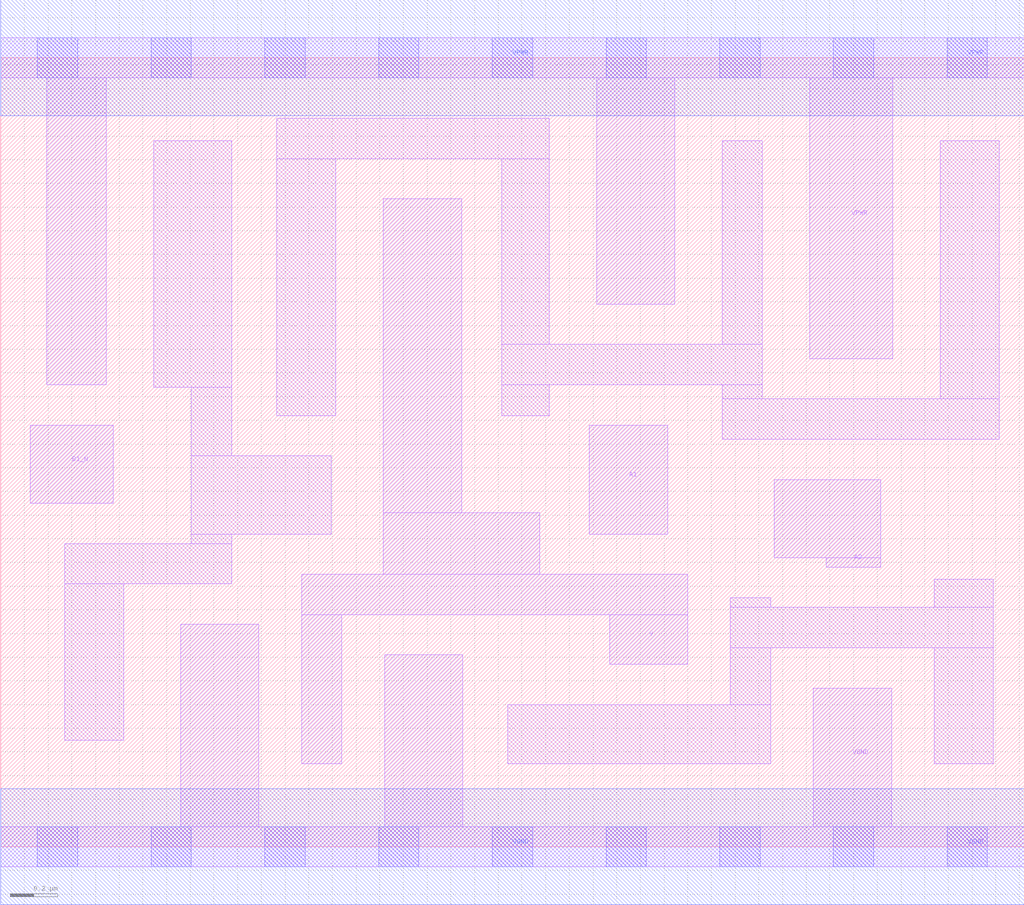
<source format=lef>
# Copyright 2020 The SkyWater PDK Authors
#
# Licensed under the Apache License, Version 2.0 (the "License");
# you may not use this file except in compliance with the License.
# You may obtain a copy of the License at
#
#     https://www.apache.org/licenses/LICENSE-2.0
#
# Unless required by applicable law or agreed to in writing, software
# distributed under the License is distributed on an "AS IS" BASIS,
# WITHOUT WARRANTIES OR CONDITIONS OF ANY KIND, either express or implied.
# See the License for the specific language governing permissions and
# limitations under the License.
#
# SPDX-License-Identifier: Apache-2.0

VERSION 5.7 ;
  NAMESCASESENSITIVE ON ;
  NOWIREEXTENSIONATPIN ON ;
  DIVIDERCHAR "/" ;
  BUSBITCHARS "[]" ;
UNITS
  DATABASE MICRONS 200 ;
END UNITS
MACRO sky130_fd_sc_ms__a21boi_2
  CLASS CORE ;
  SOURCE USER ;
  FOREIGN sky130_fd_sc_ms__a21boi_2 ;
  ORIGIN  0.000000  0.000000 ;
  SIZE  4.320000 BY  3.330000 ;
  SYMMETRY X Y ;
  SITE unit ;
  PIN A1
    ANTENNAGATEAREA  0.625200 ;
    DIRECTION INPUT ;
    USE SIGNAL ;
    PORT
      LAYER li1 ;
        RECT 2.485000 1.320000 2.815000 1.780000 ;
    END
  END A1
  PIN A2
    ANTENNAGATEAREA  0.625200 ;
    DIRECTION INPUT ;
    USE SIGNAL ;
    PORT
      LAYER li1 ;
        RECT 3.265000 1.220000 3.715000 1.550000 ;
        RECT 3.485000 1.180000 3.715000 1.220000 ;
    END
  END A2
  PIN B1_N
    ANTENNAGATEAREA  0.276000 ;
    DIRECTION INPUT ;
    USE SIGNAL ;
    PORT
      LAYER li1 ;
        RECT 0.125000 1.450000 0.475000 1.780000 ;
    END
  END B1_N
  PIN Y
    ANTENNADIFFAREA  0.716800 ;
    DIRECTION OUTPUT ;
    USE SIGNAL ;
    PORT
      LAYER li1 ;
        RECT 1.270000 0.350000 1.440000 0.980000 ;
        RECT 1.270000 0.980000 2.900000 1.150000 ;
        RECT 1.615000 1.150000 2.275000 1.410000 ;
        RECT 1.615000 1.410000 1.945000 2.735000 ;
        RECT 2.570000 0.770000 2.900000 0.980000 ;
    END
  END Y
  PIN VGND
    DIRECTION INOUT ;
    USE GROUND ;
    PORT
      LAYER li1 ;
        RECT 0.000000 -0.085000 4.320000 0.085000 ;
        RECT 0.760000  0.085000 1.090000 0.940000 ;
        RECT 1.620000  0.085000 1.950000 0.810000 ;
        RECT 3.430000  0.085000 3.760000 0.670000 ;
      LAYER mcon ;
        RECT 0.155000 -0.085000 0.325000 0.085000 ;
        RECT 0.635000 -0.085000 0.805000 0.085000 ;
        RECT 1.115000 -0.085000 1.285000 0.085000 ;
        RECT 1.595000 -0.085000 1.765000 0.085000 ;
        RECT 2.075000 -0.085000 2.245000 0.085000 ;
        RECT 2.555000 -0.085000 2.725000 0.085000 ;
        RECT 3.035000 -0.085000 3.205000 0.085000 ;
        RECT 3.515000 -0.085000 3.685000 0.085000 ;
        RECT 3.995000 -0.085000 4.165000 0.085000 ;
      LAYER met1 ;
        RECT 0.000000 -0.245000 4.320000 0.245000 ;
    END
  END VGND
  PIN VPWR
    DIRECTION INOUT ;
    USE POWER ;
    PORT
      LAYER li1 ;
        RECT 0.000000 3.245000 4.320000 3.415000 ;
        RECT 0.195000 1.950000 0.445000 3.245000 ;
        RECT 2.515000 2.290000 2.845000 3.245000 ;
        RECT 3.415000 2.060000 3.765000 3.245000 ;
      LAYER mcon ;
        RECT 0.155000 3.245000 0.325000 3.415000 ;
        RECT 0.635000 3.245000 0.805000 3.415000 ;
        RECT 1.115000 3.245000 1.285000 3.415000 ;
        RECT 1.595000 3.245000 1.765000 3.415000 ;
        RECT 2.075000 3.245000 2.245000 3.415000 ;
        RECT 2.555000 3.245000 2.725000 3.415000 ;
        RECT 3.035000 3.245000 3.205000 3.415000 ;
        RECT 3.515000 3.245000 3.685000 3.415000 ;
        RECT 3.995000 3.245000 4.165000 3.415000 ;
      LAYER met1 ;
        RECT 0.000000 3.085000 4.320000 3.575000 ;
    END
  END VPWR
  OBS
    LAYER li1 ;
      RECT 0.270000 0.450000 0.520000 1.110000 ;
      RECT 0.270000 1.110000 0.975000 1.280000 ;
      RECT 0.645000 1.940000 0.975000 2.980000 ;
      RECT 0.805000 1.280000 0.975000 1.320000 ;
      RECT 0.805000 1.320000 1.395000 1.650000 ;
      RECT 0.805000 1.650000 0.975000 1.940000 ;
      RECT 1.165000 1.820000 1.415000 2.905000 ;
      RECT 1.165000 2.905000 2.315000 3.075000 ;
      RECT 2.115000 1.820000 2.315000 1.950000 ;
      RECT 2.115000 1.950000 3.215000 2.120000 ;
      RECT 2.115000 2.120000 2.315000 2.905000 ;
      RECT 2.140000 0.350000 3.250000 0.600000 ;
      RECT 3.045000 1.720000 4.215000 1.890000 ;
      RECT 3.045000 1.890000 3.215000 1.950000 ;
      RECT 3.045000 2.120000 3.215000 2.980000 ;
      RECT 3.080000 0.600000 3.250000 0.840000 ;
      RECT 3.080000 0.840000 4.190000 1.010000 ;
      RECT 3.080000 1.010000 3.250000 1.050000 ;
      RECT 3.940000 0.350000 4.190000 0.840000 ;
      RECT 3.940000 1.010000 4.190000 1.130000 ;
      RECT 3.965000 1.890000 4.215000 2.980000 ;
  END
END sky130_fd_sc_ms__a21boi_2

</source>
